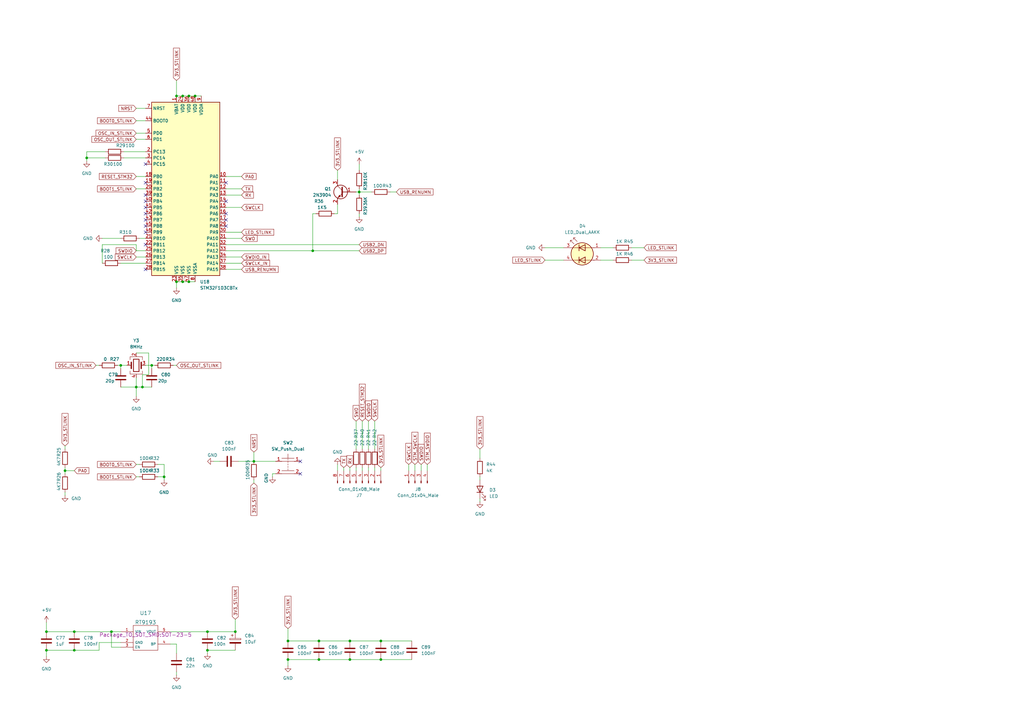
<source format=kicad_sch>
(kicad_sch (version 20211123) (generator eeschema)
  (paper "A3")
  (lib_symbols
    (symbol "Connector:Conn_01x04_Male" (pin_names (offset 1.016) hide)
      (property "Reference" "J" (at 0 5.08 0))
      (property "Value" "Conn_01x04_Male" (at 0 -7.62 0))
      (symbol "Conn_01x04_Male_1_1"
        (polyline (pts (xy 1.27 -5.08) (xy 0.8636 -5.08)) (stroke (width 0.1524)))
        (polyline (pts (xy 1.27 -2.54) (xy 0.8636 -2.54)) (stroke (width 0.1524)))
        (polyline (pts (xy 1.27 0) (xy 0.8636 0)) (stroke (width 0.1524)))
        (polyline (pts (xy 1.27 2.54) (xy 0.8636 2.54)) (stroke (width 0.1524)))
        (rectangle (start 0.8636 -4.953) (end 0 -5.207) (stroke (width 0.1524)) (fill (type outline)))
        (rectangle (start 0.8636 -2.413) (end 0 -2.667) (stroke (width 0.1524)) (fill (type outline)))
        (rectangle (start 0.8636 0.127) (end 0 -0.127) (stroke (width 0.1524)) (fill (type outline)))
        (rectangle (start 0.8636 2.667) (end 0 2.413) (stroke (width 0.1524)) (fill (type outline)))
        (pin passive line (at 5.08 2.54 180) (length 3.81) (name "Pin_1") (number "1"))
        (pin passive line (at 5.08 0 180) (length 3.81) (name "Pin_2") (number "2"))
        (pin passive line (at 5.08 -2.54 180) (length 3.81) (name "Pin_3") (number "3"))
        (pin passive line (at 5.08 -5.08 180) (length 3.81) (name "Pin_4") (number "4"))
      )
    )
    (symbol "Connector:Conn_01x08_Male" (pin_names (offset 1.016) hide)
      (property "Reference" "J" (at 0 10.16 0))
      (property "Value" "Conn_01x08_Male" (at 0 -12.7 0))
      (symbol "Conn_01x08_Male_1_1"
        (polyline (pts (xy 1.27 -10.16) (xy 0.8636 -10.16)) (stroke (width 0.1524)))
        (polyline (pts (xy 1.27 -7.62) (xy 0.8636 -7.62)) (stroke (width 0.1524)))
        (polyline (pts (xy 1.27 -5.08) (xy 0.8636 -5.08)) (stroke (width 0.1524)))
        (polyline (pts (xy 1.27 -2.54) (xy 0.8636 -2.54)) (stroke (width 0.1524)))
        (polyline (pts (xy 1.27 0) (xy 0.8636 0)) (stroke (width 0.1524)))
        (polyline (pts (xy 1.27 2.54) (xy 0.8636 2.54)) (stroke (width 0.1524)))
        (polyline (pts (xy 1.27 5.08) (xy 0.8636 5.08)) (stroke (width 0.1524)))
        (polyline (pts (xy 1.27 7.62) (xy 0.8636 7.62)) (stroke (width 0.1524)))
        (rectangle (start 0.8636 -10.033) (end 0 -10.287) (stroke (width 0.1524)) (fill (type outline)))
        (rectangle (start 0.8636 -7.493) (end 0 -7.747) (stroke (width 0.1524)) (fill (type outline)))
        (rectangle (start 0.8636 -4.953) (end 0 -5.207) (stroke (width 0.1524)) (fill (type outline)))
        (rectangle (start 0.8636 -2.413) (end 0 -2.667) (stroke (width 0.1524)) (fill (type outline)))
        (rectangle (start 0.8636 0.127) (end 0 -0.127) (stroke (width 0.1524)) (fill (type outline)))
        (rectangle (start 0.8636 2.667) (end 0 2.413) (stroke (width 0.1524)) (fill (type outline)))
        (rectangle (start 0.8636 5.207) (end 0 4.953) (stroke (width 0.1524)) (fill (type outline)))
        (rectangle (start 0.8636 7.747) (end 0 7.493) (stroke (width 0.1524)) (fill (type outline)))
        (pin passive line (at 5.08 7.62 180) (length 3.81) (name "Pin_1") (number "1"))
        (pin passive line (at 5.08 5.08 180) (length 3.81) (name "Pin_2") (number "2"))
        (pin passive line (at 5.08 2.54 180) (length 3.81) (name "Pin_3") (number "3"))
        (pin passive line (at 5.08 0 180) (length 3.81) (name "Pin_4") (number "4"))
        (pin passive line (at 5.08 -2.54 180) (length 3.81) (name "Pin_5") (number "5"))
        (pin passive line (at 5.08 -5.08 180) (length 3.81) (name "Pin_6") (number "6"))
        (pin passive line (at 5.08 -7.62 180) (length 3.81) (name "Pin_7") (number "7"))
        (pin passive line (at 5.08 -10.16 180) (length 3.81) (name "Pin_8") (number "8"))
      )
    )
    (symbol "Device:C" (pin_numbers hide) (pin_names (offset 0.254))
      (property "Reference" "C" (at 0.635 2.54 0))
      (property "Value" "C" (at 0.635 -2.54 0))
      (symbol "C_0_1"
        (polyline (pts (xy -2.032 -0.762) (xy 2.032 -0.762)) (stroke (width 0.508)))
        (polyline (pts (xy -2.032 0.762) (xy 2.032 0.762)) (stroke (width 0.508)))
      )
      (symbol "C_1_1"
        (pin passive line (at 0 3.81 270) (length 2.794) (name "~") (number "1"))
        (pin passive line (at 0 -3.81 90) (length 2.794) (name "~") (number "2"))
      )
    )
    (symbol "Device:C_Polarized" (pin_numbers hide) (pin_names (offset 0.254))
      (property "Reference" "C" (at 0.635 2.54 0))
      (property "Value" "C_Polarized" (at 0.635 -2.54 0))
      (symbol "C_Polarized_0_1"
        (rectangle (start -2.286 0.508) (end 2.286 1.016))
        (polyline (pts (xy -1.778 2.286) (xy -0.762 2.286)))
        (polyline (pts (xy -1.27 2.794) (xy -1.27 1.778)))
        (rectangle (start 2.286 -0.508) (end -2.286 -1.016) (fill (type outline)))
      )
      (symbol "C_Polarized_1_1"
        (pin passive line (at 0 3.81 270) (length 2.794) (name "~") (number "1"))
        (pin passive line (at 0 -3.81 90) (length 2.794) (name "~") (number "2"))
      )
    )
    (symbol "Device:Crystal_GND24" (pin_names (offset 1.016) hide)
      (property "Reference" "Y" (at 3.175 5.08 0))
      (property "Value" "Crystal_GND24" (at 3.175 3.175 0))
      (symbol "Crystal_GND24_0_1"
        (rectangle (start -1.143 2.54) (end 1.143 -2.54) (stroke (width 0.3048)))
        (polyline (pts (xy -2.54 0) (xy -2.032 0)))
        (polyline (pts (xy -2.032 -1.27) (xy -2.032 1.27)) (stroke (width 0.508)))
        (polyline (pts (xy 0 -3.81) (xy 0 -3.556)))
        (polyline (pts (xy 0 3.556) (xy 0 3.81)))
        (polyline (pts (xy 2.032 -1.27) (xy 2.032 1.27)) (stroke (width 0.508)))
        (polyline (pts (xy 2.032 0) (xy 2.54 0)))
        (polyline (pts (xy -2.54 -2.286) (xy -2.54 -3.556) (xy 2.54 -3.556) (xy 2.54 -2.286)))
        (polyline (pts (xy -2.54 2.286) (xy -2.54 3.556) (xy 2.54 3.556) (xy 2.54 2.286)))
      )
      (symbol "Crystal_GND24_1_1"
        (pin passive line (at -3.81 0 0) (length 1.27) (name "1") (number "1"))
        (pin passive line (at 0 5.08 270) (length 1.27) (name "2") (number "2"))
        (pin passive line (at 3.81 0 180) (length 1.27) (name "3") (number "3"))
        (pin passive line (at 0 -5.08 90) (length 1.27) (name "4") (number "4"))
      )
    )
    (symbol "Device:LED" (pin_numbers hide) (pin_names (offset 1.016) hide)
      (property "Reference" "D" (at 0 2.54 0))
      (property "Value" "LED" (at 0 -2.54 0))
      (symbol "LED_0_1"
        (polyline (pts (xy -1.27 -1.27) (xy -1.27 1.27)) (stroke (width 0.254)))
        (polyline (pts (xy -1.27 0) (xy 1.27 0)))
        (polyline (pts (xy 1.27 -1.27) (xy 1.27 1.27) (xy -1.27 0) (xy 1.27 -1.27)) (stroke (width 0.254)))
        (polyline (pts (xy -3.048 -0.762) (xy -4.572 -2.286) (xy -3.81 -2.286) (xy -4.572 -2.286) (xy -4.572 -1.524)))
        (polyline (pts (xy -1.778 -0.762) (xy -3.302 -2.286) (xy -2.54 -2.286) (xy -3.302 -2.286) (xy -3.302 -1.524)))
      )
      (symbol "LED_1_1"
        (pin passive line (at -3.81 0 0) (length 2.54) (name "K") (number "1"))
        (pin passive line (at 3.81 0 180) (length 2.54) (name "A") (number "2"))
      )
    )
    (symbol "Device:LED_Dual_AAKK" (pin_names (offset 0) hide)
      (property "Reference" "D" (at 0 5.715 0))
      (property "Value" "LED_Dual_AAKK" (at 0 -6.35 0))
      (symbol "LED_Dual_AAKK_0_1"
        (polyline (pts (xy -5.08 -2.54) (xy 2.032 -2.54)))
        (polyline (pts (xy -5.08 2.54) (xy 2.032 2.54)))
        (polyline (pts (xy 1.27 -1.27) (xy 1.27 -3.81)) (stroke (width 0.254)))
        (polyline (pts (xy 1.27 3.81) (xy 1.27 1.27)) (stroke (width 0.254)))
        (polyline (pts (xy 3.81 -2.54) (xy 1.905 -2.54)))
        (polyline (pts (xy 3.81 2.54) (xy 1.905 2.54)))
        (polyline (pts (xy -1.27 -1.27) (xy -1.27 -3.81) (xy 1.27 -2.54) (xy -1.27 -1.27)) (stroke (width 0.254)))
        (polyline (pts (xy -1.27 3.81) (xy -1.27 1.27) (xy 1.27 2.54) (xy -1.27 3.81)) (stroke (width 0.254)))
        (polyline (pts (xy 2.032 5.08) (xy 3.556 6.604) (xy 2.794 6.604) (xy 3.556 6.604) (xy 3.556 5.842)))
        (polyline (pts (xy 3.302 4.064) (xy 4.826 5.588) (xy 4.064 5.588) (xy 4.826 5.588) (xy 4.826 4.826)))
        (circle (center 0 0) (radius 4.572) (stroke (width 0.254)) (fill (type background)))
      )
      (symbol "LED_Dual_AAKK_1_1"
        (pin input line (at -7.62 2.54 0) (length 3.048) (name "A1") (number "1"))
        (pin input line (at -7.62 -2.54 0) (length 3.048) (name "A2") (number "2"))
        (pin input line (at 7.62 2.54 180) (length 3.81) (name "K1") (number "3"))
        (pin input line (at 7.62 -2.54 180) (length 3.81) (name "K2") (number "4"))
      )
    )
    (symbol "Device:R" (pin_numbers hide) (pin_names (offset 0))
      (property "Reference" "R" (at 2.032 0 90))
      (property "Value" "R" (at 0 0 90))
      (symbol "R_0_1"
        (rectangle (start -1.016 -2.54) (end 1.016 2.54) (stroke (width 0.254)))
      )
      (symbol "R_1_1"
        (pin passive line (at 0 3.81 270) (length 1.27) (name "~") (number "1"))
        (pin passive line (at 0 -3.81 90) (length 1.27) (name "~") (number "2"))
      )
    )
    (symbol "MCU_ST_STM32F1:STM32F103CBTx"
      (property "Reference" "U" (at -15.24 36.83 0))
      (property "Value" "STM32F103CBTx" (at 7.62 36.83 0))
      (symbol "STM32F103CBTx_0_1"
        (rectangle (start -15.24 -35.56) (end 12.7 35.56) (stroke (width 0.254)) (fill (type background)))
      )
      (symbol "STM32F103CBTx_1_1"
        (pin power_in line (at -5.08 38.1 270) (length 2.54) (name "VBAT") (number "1"))
        (pin bidirectional line (at 15.24 5.08 180) (length 2.54) (name "PA0") (number "10"))
        (pin bidirectional line (at 15.24 2.54 180) (length 2.54) (name "PA1") (number "11"))
        (pin bidirectional line (at 15.24 0 180) (length 2.54) (name "PA2") (number "12"))
        (pin bidirectional line (at 15.24 -2.54 180) (length 2.54) (name "PA3") (number "13"))
        (pin bidirectional line (at 15.24 -5.08 180) (length 2.54) (name "PA4") (number "14"))
        (pin bidirectional line (at 15.24 -7.62 180) (length 2.54) (name "PA5") (number "15"))
        (pin bidirectional line (at 15.24 -10.16 180) (length 2.54) (name "PA6") (number "16"))
        (pin bidirectional line (at 15.24 -12.7 180) (length 2.54) (name "PA7") (number "17"))
        (pin bidirectional line (at -17.78 5.08 0) (length 2.54) (name "PB0") (number "18"))
        (pin bidirectional line (at -17.78 2.54 0) (length 2.54) (name "PB1") (number "19"))
        (pin bidirectional line (at -17.78 15.24 0) (length 2.54) (name "PC13") (number "2"))
        (pin bidirectional line (at -17.78 0 0) (length 2.54) (name "PB2") (number "20"))
        (pin bidirectional line (at -17.78 -20.32 0) (length 2.54) (name "PB10") (number "21"))
        (pin bidirectional line (at -17.78 -22.86 0) (length 2.54) (name "PB11") (number "22"))
        (pin power_in line (at -5.08 -38.1 90) (length 2.54) (name "VSS") (number "23"))
        (pin power_in line (at -2.54 38.1 270) (length 2.54) (name "VDD") (number "24"))
        (pin bidirectional line (at -17.78 -25.4 0) (length 2.54) (name "PB12") (number "25"))
        (pin bidirectional line (at -17.78 -27.94 0) (length 2.54) (name "PB13") (number "26"))
        (pin bidirectional line (at -17.78 -30.48 0) (length 2.54) (name "PB14") (number "27"))
        (pin bidirectional line (at -17.78 -33.02 0) (length 2.54) (name "PB15") (number "28"))
        (pin bidirectional line (at 15.24 -15.24 180) (length 2.54) (name "PA8") (number "29"))
        (pin bidirectional line (at -17.78 12.7 0) (length 2.54) (name "PC14") (number "3"))
        (pin bidirectional line (at 15.24 -17.78 180) (length 2.54) (name "PA9") (number "30"))
        (pin bidirectional line (at 15.24 -20.32 180) (length 2.54) (name "PA10") (number "31"))
        (pin bidirectional line (at 15.24 -22.86 180) (length 2.54) (name "PA11") (number "32"))
        (pin bidirectional line (at 15.24 -25.4 180) (length 2.54) (name "PA12") (number "33"))
        (pin bidirectional line (at 15.24 -27.94 180) (length 2.54) (name "PA13") (number "34"))
        (pin power_in line (at -2.54 -38.1 90) (length 2.54) (name "VSS") (number "35"))
        (pin power_in line (at 0 38.1 270) (length 2.54) (name "VDD") (number "36"))
        (pin bidirectional line (at 15.24 -30.48 180) (length 2.54) (name "PA14") (number "37"))
        (pin bidirectional line (at 15.24 -33.02 180) (length 2.54) (name "PA15") (number "38"))
        (pin bidirectional line (at -17.78 -2.54 0) (length 2.54) (name "PB3") (number "39"))
        (pin bidirectional line (at -17.78 10.16 0) (length 2.54) (name "PC15") (number "4"))
        (pin bidirectional line (at -17.78 -5.08 0) (length 2.54) (name "PB4") (number "40"))
        (pin bidirectional line (at -17.78 -7.62 0) (length 2.54) (name "PB5") (number "41"))
        (pin bidirectional line (at -17.78 -10.16 0) (length 2.54) (name "PB6") (number "42"))
        (pin bidirectional line (at -17.78 -12.7 0) (length 2.54) (name "PB7") (number "43"))
        (pin input line (at -17.78 27.94 0) (length 2.54) (name "BOOT0") (number "44"))
        (pin bidirectional line (at -17.78 -15.24 0) (length 2.54) (name "PB8") (number "45"))
        (pin bidirectional line (at -17.78 -17.78 0) (length 2.54) (name "PB9") (number "46"))
        (pin power_in line (at 0 -38.1 90) (length 2.54) (name "VSS") (number "47"))
        (pin power_in line (at 2.54 38.1 270) (length 2.54) (name "VDD") (number "48"))
        (pin input line (at -17.78 22.86 0) (length 2.54) (name "PD0") (number "5"))
        (pin input line (at -17.78 20.32 0) (length 2.54) (name "PD1") (number "6"))
        (pin input line (at -17.78 33.02 0) (length 2.54) (name "NRST") (number "7"))
        (pin power_in line (at 2.54 -38.1 90) (length 2.54) (name "VSSA") (number "8"))
        (pin power_in line (at 5.08 38.1 270) (length 2.54) (name "VDDA") (number "9"))
      )
    )
    (symbol "SW_Push_Dual_1" (pin_names (offset 1.016) hide)
      (property "Reference" "SW?" (at 0 7.62 0))
      (property "Value" "SW_Push_Dual" (at 0 5.08 0))
      (symbol "SW_Push_Dual_1_0_1"
        (polyline (pts (xy -2.54 -5.08) (xy 2.54 -5.08)))
        (polyline (pts (xy -2.54 0) (xy 2.54 0)))
        (polyline (pts (xy 0 -3.048) (xy 0 -3.556)))
        (polyline (pts (xy 0 -2.032) (xy 0 -2.54)))
        (polyline (pts (xy 0 -1.524) (xy 0 -1.016)))
        (polyline (pts (xy 0 -0.508) (xy 0 0)))
        (polyline (pts (xy 0 0.508) (xy 0 1.016)))
        (polyline (pts (xy 0 1.27) (xy 0 3.048)))
        (polyline (pts (xy 2.54 -3.81) (xy -2.54 -3.81)))
        (polyline (pts (xy 2.54 1.27) (xy -2.54 1.27)))
        (pin passive line (at -5.08 0 0) (length 2.54) (name "1") (number "1"))
        (pin passive line (at 5.08 0 180) (length 2.54) (name "1") (number "1"))
        (pin passive line (at -5.08 -5.08 0) (length 2.54) (name "2") (number "2"))
        (pin passive line (at 5.08 -5.08 180) (length 2.54) (name "2") (number "2"))
      )
    )
    (symbol "TX0RX0:RT9193" (pin_names (offset 0.762))
      (property "Reference" "U" (at -2.54 7.62 0))
      (property "Value" "RT9193" (at 0 5.08 0))
      (property "Datasheet" "www.richtek.com/download_ds.jsp?s=248" (at 0 0 0))
      (symbol "RT9193_0_1"
        (rectangle (start -5.08 3.81) (end 5.08 -6.35))
      )
      (symbol "RT9193_1_1"
        (pin input line (at -10.16 1.27 0) (length 5.08) (name "VIN") (number "1"))
        (pin input line (at -10.16 -3.175 0) (length 5.08) (name "GND") (number "2"))
        (pin input line (at -10.16 -5.08 0) (length 5.08) (name "EN") (number "3"))
        (pin power_out line (at 10.16 -3.81 180) (length 5.08) (name "BP") (number "4"))
        (pin power_out line (at 10.16 1.27 180) (length 5.08) (name "VOUT") (number "5"))
      )
    )
    (symbol "Transistor_BJT:BC817" (pin_names (offset 0) hide)
      (property "Reference" "Q" (at 5.08 1.905 0))
      (property "Value" "BC817" (at 5.08 0 0))
      (symbol "BC817_0_1"
        (polyline (pts (xy 0.635 0.635) (xy 2.54 2.54)))
        (polyline (pts (xy 0.635 -0.635) (xy 2.54 -2.54) (xy 2.54 -2.54)))
        (polyline (pts (xy 0.635 1.905) (xy 0.635 -1.905) (xy 0.635 -1.905)) (stroke (width 0.508)))
        (polyline (pts (xy 1.27 -1.778) (xy 1.778 -1.27) (xy 2.286 -2.286) (xy 1.27 -1.778) (xy 1.27 -1.778)) (fill (type outline)))
        (circle (center 1.27 0) (radius 2.8194) (stroke (width 0.254)))
      )
      (symbol "BC817_1_1"
        (pin input line (at -5.08 0 0) (length 5.715) (name "B") (number "1"))
        (pin passive line (at 2.54 -5.08 90) (length 2.54) (name "E") (number "2"))
        (pin passive line (at 2.54 5.08 270) (length 2.54) (name "C") (number "3"))
      )
    )
    (symbol "power:+5V" (power) (pin_names (offset 0))
      (property "Value" "+5V" (at 0 3.556 0))
      (symbol "+5V_0_1"
        (polyline (pts (xy -0.762 1.27) (xy 0 2.54)))
        (polyline (pts (xy 0 0) (xy 0 2.54)))
        (polyline (pts (xy 0 2.54) (xy 0.762 1.27)))
      )
      (symbol "+5V_1_1"
        (pin power_in line (at 0 0 90) (length 0) hide (name "+5V") (number "1"))
      )
    )
    (symbol "power:GND" (power) (pin_names (offset 0))
      (property "Value" "GND" (at 0 -3.81 0))
      (symbol "GND_0_1"
        (polyline (pts (xy 0 0) (xy 0 -1.27) (xy 1.27 -1.27) (xy 0 -2.54) (xy -1.27 -1.27) (xy 0 -1.27)))
      )
      (symbol "GND_1_1"
        (pin power_in line (at 0 0 270) (length 0) hide (name "GND") (number "1"))
      )
    )
  )
  (junction (at 77.47 39.37))
  (junction (at 72.39 115.57))
  (junction (at 72.39 39.37))
  (junction (at 104.14 189.23))
  (junction (at 67.31 195.58))
  (junction (at 143.51 270.51))
  (junction (at 26.67 193.04))
  (junction (at 96.52 259.08))
  (junction (at 85.09 266.7))
  (junction (at 130.81 270.51))
  (junction (at 74.93 39.37))
  (junction (at 55.88 158.75))
  (junction (at 118.11 270.51))
  (junction (at 19.05 259.08))
  (junction (at 156.21 270.51))
  (junction (at 143.51 262.89))
  (junction (at 118.11 262.89))
  (junction (at 147.32 78.74))
  (junction (at 35.56 64.77))
  (junction (at 130.81 262.89))
  (junction (at 49.53 149.86))
  (junction (at 74.93 115.57))
  (junction (at 45.72 259.08))
  (junction (at 30.48 266.7))
  (junction (at 85.09 259.08))
  (junction (at 77.47 115.57))
  (junction (at 156.21 262.89))
  (junction (at 19.05 266.7))
  (junction (at 62.23 149.86))
  (junction (at 128.27 102.87))
  (junction (at 80.01 39.37))
  (junction (at 58.42 158.75))
  (junction (at 30.48 259.08))
  (no_connect (at 123.19 189.23))
  (no_connect (at 123.19 194.31))
  (no_connect (at 59.69 100.33))
  (no_connect (at 59.69 87.63))
  (no_connect (at 59.69 95.25))
  (no_connect (at 59.69 92.71))
  (no_connect (at 59.69 90.17))
  (no_connect (at 59.69 110.49))
  (no_connect (at 59.69 74.93))
  (no_connect (at 59.69 82.55))
  (no_connect (at 59.69 80.01))
  (no_connect (at 59.69 85.09))
  (no_connect (at 92.71 90.17))
  (no_connect (at 92.71 92.71))
  (no_connect (at 92.71 87.63))
  (no_connect (at 92.71 82.55))
  (no_connect (at 92.71 74.93))
  (no_connect (at 59.69 67.31))
  (wire (pts (xy 60.96 144.78) (xy 60.96 153.67)))
  (wire (pts (xy 55.88 54.61) (xy 59.69 54.61)))
  (wire (pts (xy 130.81 262.89) (xy 143.51 262.89)))
  (wire (pts (xy 143.51 270.51) (xy 156.21 270.51)))
  (wire (pts (xy 223.52 106.68) (xy 231.14 106.68)))
  (wire (pts (xy 19.05 266.7) (xy 30.48 266.7)))
  (wire (pts (xy 92.71 110.49) (xy 99.06 110.49)))
  (wire (pts (xy 246.38 101.6) (xy 251.46 101.6)))
  (wire (pts (xy 147.32 77.47) (xy 147.32 78.74)))
  (wire (pts (xy 55.88 77.47) (xy 59.69 77.47)))
  (wire (pts (xy 72.39 264.16) (xy 72.39 267.97)))
  (wire (pts (xy 58.42 158.75) (xy 62.23 158.75)))
  (wire (pts (xy 49.53 107.95) (xy 59.69 107.95)))
  (wire (pts (xy 118.11 270.51) (xy 118.11 273.05)))
  (wire (pts (xy 170.18 190.5) (xy 170.18 193.04)))
  (wire (pts (xy 55.88 144.78) (xy 60.96 144.78)))
  (wire (pts (xy 49.53 158.75) (xy 55.88 158.75)))
  (wire (pts (xy 35.56 62.23) (xy 43.18 62.23)))
  (wire (pts (xy 259.08 101.6) (xy 264.16 101.6)))
  (wire (pts (xy 167.64 190.5) (xy 167.64 193.04)))
  (wire (pts (xy 57.15 97.79) (xy 59.69 97.79)))
  (wire (pts (xy 72.39 115.57) (xy 72.39 118.11)))
  (wire (pts (xy 55.88 102.87) (xy 55.88 100.33)))
  (wire (pts (xy 92.71 97.79) (xy 99.06 97.79)))
  (wire (pts (xy 55.88 154.94) (xy 55.88 158.75)))
  (wire (pts (xy 151.13 172.72) (xy 151.13 184.15)))
  (wire (pts (xy 55.88 102.87) (xy 59.69 102.87)))
  (wire (pts (xy 72.39 33.02) (xy 72.39 39.37)))
  (wire (pts (xy 64.77 195.58) (xy 67.31 195.58)))
  (wire (pts (xy 156.21 270.51) (xy 168.91 270.51)))
  (wire (pts (xy 35.56 66.04) (xy 35.56 64.77)))
  (wire (pts (xy 160.02 78.74) (xy 162.56 78.74)))
  (wire (pts (xy 62.23 149.86) (xy 62.23 151.13)))
  (wire (pts (xy 118.11 262.89) (xy 130.81 262.89)))
  (wire (pts (xy 55.88 57.15) (xy 59.69 57.15)))
  (wire (pts (xy 196.85 204.47) (xy 196.85 205.74)))
  (wire (pts (xy 129.54 87.63) (xy 128.27 87.63)))
  (wire (pts (xy 69.85 264.16) (xy 72.39 264.16)))
  (wire (pts (xy 111.76 194.31) (xy 113.03 194.31)))
  (wire (pts (xy 104.14 185.42) (xy 104.14 189.23)))
  (wire (pts (xy 67.31 190.5) (xy 67.31 195.58)))
  (wire (pts (xy 30.48 259.08) (xy 45.72 259.08)))
  (wire (pts (xy 140.97 191.77) (xy 140.97 193.04)))
  (wire (pts (xy 40.64 266.7) (xy 30.48 266.7)))
  (wire (pts (xy 55.88 195.58) (xy 57.15 195.58)))
  (wire (pts (xy 175.26 190.5) (xy 175.26 193.04)))
  (wire (pts (xy 49.53 149.86) (xy 52.07 149.86)))
  (wire (pts (xy 19.05 255.27) (xy 19.05 259.08)))
  (wire (pts (xy 26.67 201.93) (xy 26.67 203.2)))
  (wire (pts (xy 97.79 189.23) (xy 104.14 189.23)))
  (wire (pts (xy 55.88 72.39) (xy 59.69 72.39)))
  (wire (pts (xy 146.05 172.72) (xy 146.05 184.15)))
  (wire (pts (xy 69.85 259.08) (xy 85.09 259.08)))
  (wire (pts (xy 130.81 270.51) (xy 143.51 270.51)))
  (wire (pts (xy 26.67 182.88) (xy 26.67 184.15)))
  (wire (pts (xy 151.13 191.77) (xy 151.13 193.04)))
  (wire (pts (xy 74.93 115.57) (xy 77.47 115.57)))
  (wire (pts (xy 72.39 39.37) (xy 74.93 39.37)))
  (wire (pts (xy 196.85 184.15) (xy 196.85 187.96)))
  (wire (pts (xy 60.96 153.67) (xy 58.42 153.67)))
  (wire (pts (xy 118.11 270.51) (xy 130.81 270.51)))
  (wire (pts (xy 85.09 259.08) (xy 96.52 259.08)))
  (wire (pts (xy 45.72 259.08) (xy 45.72 265.43)))
  (wire (pts (xy 156.21 191.77) (xy 156.21 193.04)))
  (wire (pts (xy 111.76 195.58) (xy 111.76 194.31)))
  (wire (pts (xy 147.32 67.31) (xy 147.32 69.85)))
  (wire (pts (xy 45.72 265.43) (xy 49.53 265.43)))
  (wire (pts (xy 92.71 85.09) (xy 99.06 85.09)))
  (wire (pts (xy 50.8 62.23) (xy 59.69 62.23)))
  (wire (pts (xy 259.08 106.68) (xy 264.16 106.68)))
  (wire (pts (xy 143.51 191.77) (xy 143.51 193.04)))
  (wire (pts (xy 147.32 78.74) (xy 146.05 78.74)))
  (wire (pts (xy 92.71 77.47) (xy 99.06 77.47)))
  (wire (pts (xy 19.05 259.08) (xy 30.48 259.08)))
  (wire (pts (xy 55.88 158.75) (xy 55.88 162.56)))
  (wire (pts (xy 148.59 191.77) (xy 148.59 193.04)))
  (wire (pts (xy 35.56 64.77) (xy 35.56 62.23)))
  (wire (pts (xy 153.67 191.77) (xy 153.67 193.04)))
  (wire (pts (xy 58.42 153.67) (xy 58.42 158.75)))
  (wire (pts (xy 55.88 158.75) (xy 58.42 158.75)))
  (wire (pts (xy 246.38 106.68) (xy 251.46 106.68)))
  (wire (pts (xy 39.37 149.86) (xy 40.64 149.86)))
  (wire (pts (xy 146.05 191.77) (xy 146.05 193.04)))
  (wire (pts (xy 153.67 172.72) (xy 153.67 184.15)))
  (wire (pts (xy 72.39 115.57) (xy 74.93 115.57)))
  (wire (pts (xy 85.09 266.7) (xy 96.52 266.7)))
  (wire (pts (xy 55.88 49.53) (xy 59.69 49.53)))
  (wire (pts (xy 147.32 78.74) (xy 152.4 78.74)))
  (wire (pts (xy 138.43 87.63) (xy 138.43 83.82)))
  (wire (pts (xy 104.14 196.85) (xy 104.14 198.12)))
  (wire (pts (xy 128.27 102.87) (xy 147.32 102.87)))
  (wire (pts (xy 80.01 39.37) (xy 82.55 39.37)))
  (wire (pts (xy 74.93 39.37) (xy 77.47 39.37)))
  (wire (pts (xy 147.32 80.01) (xy 147.32 78.74)))
  (wire (pts (xy 64.77 190.5) (xy 67.31 190.5)))
  (wire (pts (xy 156.21 262.89) (xy 168.91 262.89)))
  (wire (pts (xy 87.63 189.23) (xy 90.17 189.23)))
  (wire (pts (xy 62.23 149.86) (xy 63.5 149.86)))
  (wire (pts (xy 137.16 87.63) (xy 138.43 87.63)))
  (wire (pts (xy 35.56 64.77) (xy 43.18 64.77)))
  (wire (pts (xy 49.53 263.525) (xy 40.64 263.525)))
  (wire (pts (xy 26.67 193.04) (xy 30.48 193.04)))
  (wire (pts (xy 92.71 100.33) (xy 147.32 100.33)))
  (wire (pts (xy 104.14 189.23) (xy 113.03 189.23)))
  (wire (pts (xy 77.47 39.37) (xy 80.01 39.37)))
  (wire (pts (xy 67.31 195.58) (xy 67.31 196.85)))
  (wire (pts (xy 26.67 191.77) (xy 26.67 193.04)))
  (wire (pts (xy 138.43 190.5) (xy 138.43 193.04)))
  (wire (pts (xy 50.8 64.77) (xy 59.69 64.77)))
  (wire (pts (xy 138.43 69.85) (xy 138.43 73.66)))
  (wire (pts (xy 71.12 149.86) (xy 72.39 149.86)))
  (wire (pts (xy 59.69 149.86) (xy 62.23 149.86)))
  (wire (pts (xy 196.85 195.58) (xy 196.85 196.85)))
  (wire (pts (xy 55.88 100.33) (xy 41.91 100.33)))
  (wire (pts (xy 19.05 266.7) (xy 19.05 269.24)))
  (wire (pts (xy 77.47 115.57) (xy 80.01 115.57)))
  (wire (pts (xy 85.09 266.7) (xy 85.09 267.97)))
  (wire (pts (xy 55.88 105.41) (xy 59.69 105.41)))
  (wire (pts (xy 148.59 172.72) (xy 148.59 184.15)))
  (wire (pts (xy 41.91 97.79) (xy 49.53 97.79)))
  (wire (pts (xy 92.71 95.25) (xy 99.06 95.25)))
  (wire (pts (xy 96.52 254) (xy 96.52 259.08)))
  (wire (pts (xy 55.88 44.45) (xy 59.69 44.45)))
  (wire (pts (xy 72.39 275.59) (xy 72.39 276.86)))
  (wire (pts (xy 48.26 149.86) (xy 49.53 149.86)))
  (wire (pts (xy 223.52 101.6) (xy 231.14 101.6)))
  (wire (pts (xy 143.51 262.89) (xy 156.21 262.89)))
  (wire (pts (xy 45.72 259.08) (xy 49.53 259.08)))
  (wire (pts (xy 172.72 190.5) (xy 172.72 193.04)))
  (wire (pts (xy 40.64 263.525) (xy 40.64 266.7)))
  (wire (pts (xy 147.32 87.63) (xy 147.32 88.9)))
  (wire (pts (xy 41.91 100.33) (xy 41.91 107.95)))
  (wire (pts (xy 92.71 105.41) (xy 99.06 105.41)))
  (wire (pts (xy 55.88 190.5) (xy 57.15 190.5)))
  (wire (pts (xy 128.27 87.63) (xy 128.27 102.87)))
  (wire (pts (xy 118.11 257.81) (xy 118.11 262.89)))
  (wire (pts (xy 92.71 107.95) (xy 99.06 107.95)))
  (wire (pts (xy 92.71 80.01) (xy 99.06 80.01)))
  (wire (pts (xy 92.71 102.87) (xy 128.27 102.87)))
  (wire (pts (xy 26.67 193.04) (xy 26.67 194.31)))
  (wire (pts (xy 92.71 72.39) (xy 99.06 72.39)))
  (wire (pts (xy 49.53 149.86) (xy 49.53 151.13)))
  (global_label "3V3_STLINK" (shape input) (at 264.16 106.68 0) (property "Intersheet References" "${INTERSHEET_REFS}" (effects hide)))
  (global_label "3V3_STLINK" (shape input) (at 96.52 254 90) (property "Intersheet References" "${INTERSHEET_REFS}" (effects hide)))
  (global_label "NRST" (shape input) (at 55.88 44.45 180) (property "Intersheet References" "${INTERSHEET_REFS}" (effects hide)))
  (global_label "TX" (shape input) (at 140.97 191.77 90) (property "Intersheet References" "${INTERSHEET_REFS}" (effects hide)))
  (global_label "BOOT0_STLINK" (shape input) (at 55.88 49.53 180) (property "Intersheet References" "${INTERSHEET_REFS}" (effects hide)))
  (global_label "OSC_OUT_STLINK" (shape input) (at 72.39 149.86 0) (property "Intersheet References" "${INTERSHEET_REFS}" (effects hide)))
  (global_label "3V3_STLINK" (shape input) (at 196.85 184.15 90) (property "Intersheet References" "${INTERSHEET_REFS}" (effects hide)))
  (global_label "USB_RENUMN" (shape input) (at 162.56 78.74 0) (property "Intersheet References" "${INTERSHEET_REFS}" (effects hide)))
  (global_label "SWCLK" (shape input) (at 153.67 172.72 90) (property "Intersheet References" "${INTERSHEET_REFS}" (effects hide)))
  (global_label "LED_STLINK" (shape input) (at 99.06 95.25 0) (property "Intersheet References" "${INTERSHEET_REFS}" (effects hide)))
  (global_label "PA0" (shape input) (at 30.48 193.04 0) (property "Intersheet References" "${INTERSHEET_REFS}" (effects hide)))
  (global_label "OSC_IN_STLINK" (shape input) (at 55.88 54.61 180) (property "Intersheet References" "${INTERSHEET_REFS}" (effects hide)))
  (global_label "SWDIO" (shape input) (at 55.88 102.87 180) (property "Intersheet References" "${INTERSHEET_REFS}" (effects hide)))
  (global_label "RESET_STM32" (shape input) (at 55.88 72.39 180) (property "Intersheet References" "${INTERSHEET_REFS}" (effects hide)))
  (global_label "BOOT0_STLINK" (shape input) (at 55.88 190.5 180) (property "Intersheet References" "${INTERSHEET_REFS}" (effects hide)))
  (global_label "LED_STLINK" (shape input) (at 223.52 106.68 180) (property "Intersheet References" "${INTERSHEET_REFS}" (effects hide)))
  (global_label "SWO" (shape input) (at 146.05 172.72 90) (property "Intersheet References" "${INTERSHEET_REFS}" (effects hide)))
  (global_label "SWCLK" (shape input) (at 167.64 190.5 90) (property "Intersheet References" "${INTERSHEET_REFS}" (effects hide)))
  (global_label "3V3_STLINK" (shape input) (at 118.11 257.81 90) (property "Intersheet References" "${INTERSHEET_REFS}" (effects hide)))
  (global_label "3V3_STLINK" (shape input) (at 72.39 33.02 90) (property "Intersheet References" "${INTERSHEET_REFS}" (effects hide)))
  (global_label "BOOT1_STLINK" (shape input) (at 55.88 195.58 180) (property "Intersheet References" "${INTERSHEET_REFS}" (effects hide)))
  (global_label "SWO" (shape input) (at 99.06 97.79 0) (property "Intersheet References" "${INTERSHEET_REFS}" (effects hide)))
  (global_label "3V3_STLINK" (shape input) (at 104.14 198.12 270) (property "Intersheet References" "${INTERSHEET_REFS}" (effects hide)))
  (global_label "USB_RENUMN" (shape input) (at 99.06 110.49 0) (property "Intersheet References" "${INTERSHEET_REFS}" (effects hide)))
  (global_label "SWDIO_IN" (shape input) (at 99.06 105.41 0) (property "Intersheet References" "${INTERSHEET_REFS}" (effects hide)))
  (global_label "3V3_STLINK" (shape input) (at 26.67 182.88 90) (property "Intersheet References" "${INTERSHEET_REFS}" (effects hide)))
  (global_label "SWDIO" (shape input) (at 151.13 172.72 90) (property "Intersheet References" "${INTERSHEET_REFS}" (effects hide)))
  (global_label "SWCLK_IN" (shape input) (at 99.06 107.95 0) (property "Intersheet References" "${INTERSHEET_REFS}" (effects hide)))
  (global_label "LED_STLINK" (shape input) (at 264.16 101.6 0) (property "Intersheet References" "${INTERSHEET_REFS}" (effects hide)))
  (global_label "3V3_STLINK" (shape input) (at 138.43 69.85 90) (property "Intersheet References" "${INTERSHEET_REFS}" (effects hide)))
  (global_label "NRST" (shape input) (at 104.14 185.42 90) (property "Intersheet References" "${INTERSHEET_REFS}" (effects hide)))
  (global_label "STM_SWDIO" (shape input) (at 175.26 190.5 90) (property "Intersheet References" "${INTERSHEET_REFS}" (effects hide)))
  (global_label "TX" (shape input) (at 99.06 77.47 0) (property "Intersheet References" "${INTERSHEET_REFS}" (effects hide)))
  (global_label "3V3_STLINK" (shape input) (at 156.21 191.77 90) (property "Intersheet References" "${INTERSHEET_REFS}" (effects hide)))
  (global_label "BOOT1_STLINK" (shape input) (at 55.88 77.47 180) (property "Intersheet References" "${INTERSHEET_REFS}" (effects hide)))
  (global_label "RESET_STM32" (shape input) (at 148.59 172.72 90) (property "Intersheet References" "${INTERSHEET_REFS}" (effects hide)))
  (global_label "STM_SWCLK" (shape input) (at 170.18 190.5 90) (property "Intersheet References" "${INTERSHEET_REFS}" (effects hide)))
  (global_label "SWCLK" (shape input) (at 55.88 105.41 180) (property "Intersheet References" "${INTERSHEET_REFS}" (effects hide)))
  (global_label "OSC_OUT_STLINK" (shape input) (at 55.88 57.15 180) (property "Intersheet References" "${INTERSHEET_REFS}" (effects hide)))
  (global_label "OSC_IN_STLINK" (shape input) (at 39.37 149.86 180) (property "Intersheet References" "${INTERSHEET_REFS}" (effects hide)))
  (global_label "PA0" (shape input) (at 99.06 72.39 0) (property "Intersheet References" "${INTERSHEET_REFS}" (effects hide)))
  (global_label "SWCLK" (shape input) (at 99.06 85.09 0) (property "Intersheet References" "${INTERSHEET_REFS}" (effects hide)))
  (global_label "USB2_DP" (shape input) (at 147.32 102.87 0) (property "Intersheet References" "${INTERSHEET_REFS}" (effects hide)))
  (global_label "USB2_DN" (shape input) (at 147.32 100.33 0) (property "Intersheet References" "${INTERSHEET_REFS}" (effects hide)))
  (global_label "RX" (shape input) (at 143.51 191.77 90) (property "Intersheet References" "${INTERSHEET_REFS}" (effects hide)))
  (global_label "SWDIO" (shape input) (at 172.72 190.5 90) (property "Intersheet References" "${INTERSHEET_REFS}" (effects hide)))
  (global_label "RX" (shape input) (at 99.06 80.01 0) (property "Intersheet References" "${INTERSHEET_REFS}" (effects hide)))
  (symbol (lib_id "Device:C") (at 168.91 266.7 0) (unit 1)
    (property "Reference" "C89" (at 172.72 265.4299 0) (effects (justify left)))
    (property "Value" "100nF" (at 172.72 267.9699 0) (effects (justify left)))
    (property "Footprint" "Capacitor_SMD:C_0603_1608Metric_Pad1.08x0.95mm_HandSolder" (effects hide))
  )
  (symbol (lib_id "power:GND") (at 55.88 162.56 0) (unit 1)
    (property "Reference" "#PWR067" (effects hide))
    (property "Value" "GND" (at 55.88 167.64 0))
  )
  (symbol (lib_id "power:GND") (at 87.63 189.23 270) (unit 1)
    (property "Reference" "#PWR072" (effects hide))
    (property "Value" "GND" (at 85.09 186.69 90) (effects (justify left)))
  )
  (symbol (lib_id "Device:R") (at 147.32 73.66 0) (unit 1)
    (property "Reference" "R38" (at 149.86 76.2 90))
    (property "Value" "10K" (at 149.86 72.39 90))
    (property "Footprint" "Resistor_SMD:R_0603_1608Metric_Pad0.98x0.95mm_HandSolder" (effects hide))
  )
  (symbol (lib_id "power:GND") (at 118.11 273.05 0) (unit 1)
    (property "Reference" "#PWR074" (effects hide))
    (property "Value" "GND" (at 118.11 278.13 0))
  )
  (symbol (lib_id "Device:C_Polarized") (at 96.52 262.89 0) (unit 1)
    (property "Reference" "C84" (at 100.33 260.7309 0) (effects (justify left)))
    (property "Value" "10uF" (at 100.33 263.2709 0) (effects (justify left)))
    (property "Footprint" "Capacitor_Tantalum_SMD:CP_EIA-1608-08_AVX-J" (effects hide))
  )
  (symbol (lib_id "Device:R") (at 156.21 78.74 90) (unit 1)
    (property "Reference" "R43" (at 158.75 76.2 90))
    (property "Value" "100" (at 154.94 76.2 90))
    (property "Footprint" "Resistor_SMD:R_0603_1608Metric_Pad0.98x0.95mm_HandSolder" (effects hide))
  )
  (symbol (lib_id "Connector:Conn_01x08_Male") (at 148.59 198.12 270) (mirror x) (unit 1)
    (property "Reference" "J7" (at 147.32 203.2 90))
    (property "Value" "Conn_01x08_Male" (at 147.32 200.66 90))
    (property "Footprint" "Connector_PinSocket_2.54mm:PinSocket_1x08_P2.54mm_Vertical" (effects hide))
  )
  (symbol (lib_id "power:GND") (at 72.39 276.86 0) (unit 1)
    (property "Reference" "#PWR070" (effects hide))
    (property "Value" "GND" (at 72.39 281.94 0))
  )
  (symbol (lib_id "Device:R") (at 255.27 106.68 90) (unit 1)
    (property "Reference" "R46" (at 257.81 104.14 90))
    (property "Value" "1K" (at 254 104.14 90))
    (property "Footprint" "Resistor_SMD:R_0603_1608Metric_Pad0.98x0.95mm_HandSolder" (effects hide))
  )
  (symbol (lib_id "Device:C") (at 30.48 262.89 0) (unit 1)
    (property "Reference" "C78" (at 34.29 261.6199 0) (effects (justify left)))
    (property "Value" "100nF" (at 34.29 264.1599 0) (effects (justify left)))
    (property "Footprint" "Capacitor_SMD:C_0805_2012Metric_Pad1.18x1.45mm_HandSolder" (effects hide))
  )
  (symbol (lib_id "Device:R") (at 60.96 195.58 90) (unit 1)
    (property "Reference" "R33" (at 63.5 193.04 90))
    (property "Value" "100K" (at 59.69 193.04 90))
    (property "Footprint" "Resistor_SMD:R_0603_1608Metric_Pad0.98x0.95mm_HandSolder" (effects hide))
  )
  (symbol (lib_id "Device:C") (at 130.81 266.7 0) (unit 1)
    (property "Reference" "C86" (at 134.62 265.4299 0) (effects (justify left)))
    (property "Value" "100nF" (at 134.62 267.9699 0) (effects (justify left)))
    (property "Footprint" "Capacitor_SMD:C_0603_1608Metric_Pad1.08x0.95mm_HandSolder" (effects hide))
  )
  (symbol (lib_id "Device:R") (at 133.35 87.63 90) (unit 1)
    (property "Reference" "R36" (at 130.81 82.55 90))
    (property "Value" "1K5" (at 132.08 85.09 90))
    (property "Footprint" "Resistor_SMD:R_0603_1608Metric_Pad0.98x0.95mm_HandSolder" (effects hide))
  )
  (symbol (lib_id "MCU_ST_STM32F1:STM32F103CBTx") (at 77.47 77.47 0) (unit 1)
    (property "Reference" "U18" (at 82.0294 115.57 0) (effects (justify left)))
    (property "Value" "STM32F103CBTx" (at 82.0294 118.11 0) (effects (justify left)))
    (property "Footprint" "Package_QFP:LQFP-48_7x7mm_P0.5mm" (effects hide))
    (property "Datasheet" "http://www.st.com/st-web-ui/static/active/en/resource/technical/document/datasheet/CD00161566.pdf" (effects hide))
  )
  (symbol (lib_id "power:GND") (at 85.09 267.97 0) (unit 1)
    (property "Reference" "#PWR071" (effects hide))
    (property "Value" "GND" (at 85.09 273.05 0))
  )
  (symbol (lib_id "power:+5V") (at 19.05 255.27 0) (unit 1)
    (property "Reference" "#PWR062" (effects hide))
    (property "Value" "+5V" (at 19.05 250.19 0))
  )
  (symbol (lib_id "Device:R") (at 60.96 190.5 90) (unit 1)
    (property "Reference" "R32" (at 63.5 187.96 90))
    (property "Value" "100K" (at 59.69 187.96 90))
    (property "Footprint" "Resistor_SMD:R_0603_1608Metric_Pad0.98x0.95mm_HandSolder" (effects hide))
  )
  (symbol (lib_id "Device:C") (at 156.21 266.7 0) (unit 1)
    (property "Reference" "C88" (at 160.02 265.4299 0) (effects (justify left)))
    (property "Value" "100nF" (at 160.02 267.9699 0) (effects (justify left)))
    (property "Footprint" "Capacitor_SMD:C_0603_1608Metric_Pad1.08x0.95mm_HandSolder" (effects hide))
  )
  (symbol (lib_id "Device:C") (at 85.09 262.89 0) (unit 1)
    (property "Reference" "C82" (at 88.9 261.6199 0) (effects (justify left)))
    (property "Value" "100n" (at 87.63 264.16 0) (effects (justify left)))
    (property "Footprint" "Capacitor_SMD:C_0805_2012Metric_Pad1.18x1.45mm_HandSolder" (effects hide))
  )
  (symbol (lib_id "Device:C") (at 93.98 189.23 90) (unit 1)
    (property "Reference" "C83" (at 93.98 181.61 90))
    (property "Value" "100nF" (at 93.98 184.15 90))
    (property "Footprint" "Capacitor_SMD:C_0603_1608Metric_Pad1.08x0.95mm_HandSolder" (effects hide))
  )
  (symbol (lib_id "Device:R") (at 44.45 149.86 90) (unit 1)
    (property "Reference" "R27" (at 46.99 147.32 90))
    (property "Value" "0" (at 43.18 147.32 90))
    (property "Footprint" "Resistor_SMD:R_0603_1608Metric_Pad0.98x0.95mm_HandSolder" (effects hide))
  )
  (symbol (lib_id "Device:R") (at 151.13 187.96 180) (unit 1)
    (property "Reference" "R41" (at 151.13 177.8 90))
    (property "Value" "22" (at 151.13 181.61 90))
    (property "Footprint" "Resistor_SMD:R_0603_1608Metric_Pad0.98x0.95mm_HandSolder" (effects hide))
  )
  (symbol (lib_id "power:+5V") (at 147.32 67.31 0) (unit 1)
    (property "Reference" "#PWR076" (effects hide))
    (property "Value" "+5V" (at 147.32 62.23 0))
  )
  (symbol (lib_id "power:GND") (at 147.32 88.9 0) (unit 1)
    (property "Reference" "#PWR077" (effects hide))
    (property "Value" "GND" (at 147.32 93.98 0))
  )
  (symbol (lib_id "Device:R") (at 67.31 149.86 90) (unit 1)
    (property "Reference" "R34" (at 69.85 147.32 90))
    (property "Value" "220" (at 66.04 147.32 90))
    (property "Footprint" "Resistor_SMD:R_0603_1608Metric_Pad0.98x0.95mm_HandSolder" (effects hide))
  )
  (symbol (lib_id "Device:R") (at 147.32 83.82 0) (unit 1)
    (property "Reference" "R39" (at 149.86 86.36 90))
    (property "Value" "36K" (at 149.86 82.55 90))
    (property "Footprint" "Resistor_SMD:R_0603_1608Metric_Pad0.98x0.95mm_HandSolder" (effects hide))
  )
  (symbol (lib_id "Device:R") (at 46.99 64.77 270) (unit 1)
    (property "Reference" "R30" (at 44.45 67.31 90))
    (property "Value" "100" (at 48.26 67.31 90))
    (property "Footprint" "Resistor_SMD:R_0603_1608Metric_Pad0.98x0.95mm_HandSolder" (effects hide))
  )
  (symbol (lib_id "Transistor_BJT:BC817") (at 140.97 78.74 0) (mirror y) (unit 1)
    (property "Reference" "Q1" (at 135.89 77.4699 0) (effects (justify left)))
    (property "Value" "2N3904" (at 135.89 80.0099 0) (effects (justify left)))
    (property "Footprint" "Package_TO_SOT_SMD:SOT-23" (effects hide))
    (property "Datasheet" "https://www.onsemi.com/pub/Collateral/BC818-D.pdf" (effects hide))
  )
  (symbol (lib_id "Device:C") (at 49.53 154.94 0) (unit 1)
    (property "Reference" "C79" (at 44.45 153.67 0) (effects (justify left)))
    (property "Value" "20p" (at 43.18 156.21 0) (effects (justify left)))
    (property "Footprint" "Capacitor_SMD:C_0603_1608Metric_Pad1.08x0.95mm_HandSolder" (effects hide))
  )
  (symbol (lib_id "power:GND") (at 138.43 190.5 180) (unit 1)
    (property "Reference" "#PWR075" (effects hide))
    (property "Value" "GND" (at 138.43 185.42 0))
  )
  (symbol (lib_id "power:GND") (at 35.56 66.04 0) (unit 1)
    (property "Reference" "#PWR065" (effects hide))
    (property "Value" "GND" (at 35.56 71.12 0))
  )
  (symbol (lib_id "power:GND") (at 196.85 205.74 0) (unit 1)
    (property "Reference" "#PWR078" (effects hide))
    (property "Value" "GND" (at 196.85 210.82 0))
  )
  (symbol (lib_id "Device:R") (at 26.67 187.96 180) (unit 1)
    (property "Reference" "R25" (at 24.13 185.42 90))
    (property "Value" "4K7" (at 24.13 189.23 90))
    (property "Footprint" "Resistor_SMD:R_0603_1608Metric_Pad0.98x0.95mm_HandSolder" (effects hide))
  )
  (symbol (lib_id "Device:R") (at 46.99 62.23 90) (unit 1)
    (property "Reference" "R29" (at 49.53 59.69 90))
    (property "Value" "100" (at 53.34 59.69 90))
    (property "Footprint" "Resistor_SMD:R_0603_1608Metric_Pad0.98x0.95mm_HandSolder" (effects hide))
  )
  (symbol (lib_id "Connector:Conn_01x04_Male") (at 170.18 198.12 90) (unit 1)
    (property "Reference" "J8" (at 171.45 200.66 90))
    (property "Value" "Conn_01x04_Male" (at 171.45 203.2 90))
    (property "Footprint" "Connector_PinSocket_2.54mm:PinSocket_1x04_P2.54mm_Vertical" (effects hide))
  )
  (symbol (lib_id "Device:R") (at 196.85 191.77 0) (unit 1)
    (property "Reference" "R44" (at 199.39 190.4999 0) (effects (justify left)))
    (property "Value" "4K" (at 199.39 193.0399 0) (effects (justify left)))
    (property "Footprint" "Resistor_SMD:R_0603_1608Metric_Pad0.98x0.95mm_HandSolder" (effects hide))
  )
  (symbol (lib_id "power:GND") (at 26.67 203.2 0) (unit 1)
    (property "Reference" "#PWR064" (effects hide))
    (property "Value" "GND" (at 29.21 204.4699 0) (effects (justify left)))
  )
  (symbol (lib_id "power:GND") (at 72.39 118.11 0) (unit 1)
    (property "Reference" "#PWR069" (effects hide))
    (property "Value" "GND" (at 72.39 123.19 0))
  )
  (symbol (lib_id "Device:C") (at 118.11 266.7 0) (unit 1)
    (property "Reference" "C85" (at 121.92 265.4299 0) (effects (justify left)))
    (property "Value" "100nF" (at 121.92 267.9699 0) (effects (justify left)))
    (property "Footprint" "Capacitor_SMD:C_0603_1608Metric_Pad1.08x0.95mm_HandSolder" (effects hide))
  )
  (symbol (lib_id "power:GND") (at 223.52 101.6 270) (unit 1)
    (property "Reference" "#PWR079" (effects hide))
    (property "Value" "GND" (at 219.71 101.5999 90) (effects (justify right)))
  )
  (symbol (lib_id "Device:R") (at 53.34 97.79 90) (unit 1)
    (property "Reference" "R31" (at 50.8 95.25 90))
    (property "Value" "0" (at 53.34 95.25 90))
    (property "Footprint" "Resistor_SMD:R_0603_1608Metric_Pad0.98x0.95mm_HandSolder" (effects hide))
  )
  (symbol (lib_id "power:GND") (at 19.05 269.24 0) (unit 1)
    (property "Reference" "#PWR063" (effects hide))
    (property "Value" "GND" (at 19.05 274.32 0))
  )
  (symbol (lib_id "Device:C") (at 19.05 262.89 0) (unit 1)
    (property "Reference" "C77" (at 22.86 261.6199 0) (effects (justify left)))
    (property "Value" "1uF" (at 22.86 264.1599 0) (effects (justify left)))
    (property "Footprint" "Capacitor_SMD:C_0805_2012Metric_Pad1.18x1.45mm_HandSolder" (effects hide))
  )
  (symbol (lib_id "power:GND") (at 67.31 196.85 0) (unit 1)
    (property "Reference" "#PWR068" (effects hide))
    (property "Value" "GND" (at 67.31 201.93 0))
  )
  (symbol (lib_id "Device:R") (at 104.14 193.04 180) (unit 1)
    (property "Reference" "R35" (at 101.6 190.5 90))
    (property "Value" "100K" (at 101.6 194.31 90))
    (property "Footprint" "Resistor_SMD:R_0603_1608Metric_Pad0.98x0.95mm_HandSolder" (effects hide))
  )
  (symbol (lib_id "Device:C") (at 72.39 271.78 0) (unit 1)
    (property "Reference" "C81" (at 76.2 270.5099 0) (effects (justify left)))
    (property "Value" "22n" (at 76.2 273.0499 0) (effects (justify left)))
    (property "Footprint" "Capacitor_SMD:C_0805_2012Metric_Pad1.18x1.45mm_HandSolder" (effects hide))
  )
  (symbol (lib_id "Device:R") (at 26.67 198.12 180) (unit 1)
    (property "Reference" "R26" (at 24.13 195.58 90))
    (property "Value" "4K7" (at 24.13 199.39 90))
    (property "Footprint" "Resistor_SMD:R_0603_1608Metric_Pad0.98x0.95mm_HandSolder" (effects hide))
  )
  (symbol (lib_id "Device:C") (at 62.23 154.94 0) (unit 1)
    (property "Reference" "C80" (at 66.04 153.67 0) (effects (justify left)))
    (property "Value" "20p" (at 64.77 156.21 0) (effects (justify left)))
    (property "Footprint" "Capacitor_SMD:C_0603_1608Metric_Pad1.08x0.95mm_HandSolder" (effects hide))
  )
  (symbol (lib_name "SW_Push_Dual_1") (lib_id "Switch:SW_Push_Dual") (at 118.11 189.23 0) (unit 1)
    (property "Reference" "SW2" (at 118.11 181.61 0))
    (property "Value" "SW_Push_Dual" (at 118.11 184.15 0))
    (property "Footprint" "Button_Switch_SMD:SW_Push_1P1T_NO_6x6mm_H9.5mm" (effects hide))
  )
  (symbol (lib_id "Device:C") (at 143.51 266.7 0) (unit 1)
    (property "Reference" "C87" (at 147.32 265.4299 0) (effects (justify left)))
    (property "Value" "100nF" (at 147.32 267.9699 0) (effects (justify left)))
    (property "Footprint" "Capacitor_SMD:C_0603_1608Metric_Pad1.08x0.95mm_HandSolder" (effects hide))
  )
  (symbol (lib_id "Device:LED") (at 196.85 200.66 90) (unit 1)
    (property "Reference" "D3" (at 200.66 200.9774 90) (effects (justify right)))
    (property "Value" "LED" (at 200.66 203.5174 90) (effects (justify right)))
    (property "Footprint" "LED_SMD:LED_0805_2012Metric_Pad1.15x1.40mm_HandSolder" (effects hide))
  )
  (symbol (lib_id "Device:R") (at 45.72 107.95 90) (unit 1)
    (property "Reference" "R28" (at 43.18 102.87 90))
    (property "Value" "100" (at 44.45 105.41 90))
    (property "Footprint" "Resistor_SMD:R_0603_1608Metric_Pad0.98x0.95mm_HandSolder" (effects hide))
  )
  (symbol (lib_id "Device:R") (at 255.27 101.6 90) (unit 1)
    (property "Reference" "R45" (at 257.81 99.06 90))
    (property "Value" "1K" (at 254 99.06 90))
    (property "Footprint" "Resistor_SMD:R_0603_1608Metric_Pad0.98x0.95mm_HandSolder" (effects hide))
  )
  (symbol (lib_id "Device:R") (at 146.05 187.96 180) (unit 1)
    (property "Reference" "R37" (at 146.05 177.8 90))
    (property "Value" "22" (at 146.05 181.61 90))
    (property "Footprint" "Resistor_SMD:R_0603_1608Metric_Pad0.98x0.95mm_HandSolder" (effects hide))
  )
  (symbol (lib_id "Device:R") (at 148.59 187.96 180) (unit 1)
    (property "Reference" "R40" (at 148.59 177.8 90))
    (property "Value" "22" (at 148.59 181.61 90))
    (property "Footprint" "Resistor_SMD:R_0603_1608Metric_Pad0.98x0.95mm_HandSolder" (effects hide))
  )
  (symbol (lib_id "Device:Crystal_GND24") (at 55.88 149.86 0) (unit 1)
    (property "Reference" "Y3" (at 55.88 139.7 0))
    (property "Value" "8MHz" (at 55.88 142.24 0))
    (property "Footprint" "Crystal:Crystal_SMD_3225-4Pin_3.2x2.5mm" (effects hide))
  )
  (symbol (lib_id "power:GND") (at 111.76 195.58 0) (unit 1)
    (property "Reference" "#PWR073" (effects hide))
    (property "Value" "GND" (at 109.22 198.12 90) (effects (justify left)))
  )
  (symbol (lib_id "TX0RX0:RT9193") (at 59.69 260.35 0) (unit 1)
    (property "Reference" "U17" (at 59.69 251.46 0) (effects (font (size 1.524 1.524))))
    (property "Value" "RT9193" (at 59.69 255.27 0) (effects (font (size 1.524 1.524))))
    (property "Footprint" "Package_TO_SOT_SMD:SOT-23-5" (at 59.69 260.35 0) (effects (font (size 1.524 1.524))))
  )
  (symbol (lib_id "Device:R") (at 153.67 187.96 180) (unit 1)
    (property "Reference" "R42" (at 153.67 177.8 90))
    (property "Value" "22" (at 153.67 181.61 90))
    (property "Footprint" "Resistor_SMD:R_0603_1608Metric_Pad0.98x0.95mm_HandSolder" (effects hide))
  )
  (symbol (lib_id "power:GND") (at 41.91 97.79 270) (unit 1)
    (property "Reference" "#PWR066" (effects hide))
    (property "Value" "GND" (at 38.1 97.7899 90) (effects (justify right)))
  )
  (symbol (lib_id "Device:LED_Dual_AAKK") (at 238.76 104.14 0) (mirror y) (unit 1)
    (property "Reference" "D4" (at 238.887 92.71 0))
    (property "Value" "LED_Dual_AAKK" (at 238.887 95.25 0))
    (property "Footprint" "LED_SMD:LED_RGB_Wuerth-PLCC4_3.2x2.8mm_150141M173100" (effects hide))
  )
)
</source>
